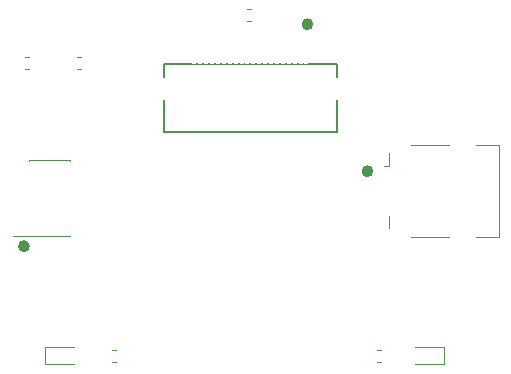
<source format=gbr>
G04 #@! TF.GenerationSoftware,KiCad,Pcbnew,5.0.1+dfsg1-2*
G04 #@! TF.CreationDate,2019-04-19T13:27:36+02:00*
G04 #@! TF.ProjectId,oled-controller,6F6C65642D636F6E74726F6C6C65722E,rev?*
G04 #@! TF.SameCoordinates,Original*
G04 #@! TF.FileFunction,Legend,Bot*
G04 #@! TF.FilePolarity,Positive*
%FSLAX46Y46*%
G04 Gerber Fmt 4.6, Leading zero omitted, Abs format (unit mm)*
G04 Created by KiCad (PCBNEW 5.0.1+dfsg1-2) date Fr 19 Apr 2019 13:27:36 CEST*
%MOMM*%
%LPD*%
G01*
G04 APERTURE LIST*
%ADD10C,0.500000*%
%ADD11C,0.120000*%
%ADD12C,0.150000*%
%ADD13C,3.102000*%
%ADD14R,2.202000X2.202000*%
%ADD15C,2.202000*%
%ADD16C,0.100000*%
%ADD17C,1.052000*%
%ADD18R,2.102000X0.602000*%
%ADD19R,1.802000X2.102000*%
%ADD20C,1.102000*%
%ADD21R,3.102000X1.902000*%
%ADD22R,0.402000X2.402000*%
%ADD23R,2.502000X0.842000*%
%ADD24R,1.802000X1.802000*%
%ADD25O,1.802000X1.802000*%
G04 APERTURE END LIST*
D10*
X178308000Y-80899000D02*
G75*
G03X178308000Y-80899000I-254000J0D01*
G01*
X149225000Y-87249000D02*
G75*
G03X149225000Y-87249000I-254000J0D01*
G01*
X173228000Y-68453000D02*
G75*
G03X173228000Y-68453000I-254000J0D01*
G01*
D11*
G04 #@! TO.C,D2*
X153200000Y-97255000D02*
X150740000Y-97255000D01*
X150740000Y-97255000D02*
X150740000Y-95785000D01*
X150740000Y-95785000D02*
X153200000Y-95785000D01*
G04 #@! TO.C,R4*
X156433733Y-97030000D02*
X156776267Y-97030000D01*
X156433733Y-96010000D02*
X156776267Y-96010000D01*
G04 #@! TO.C,C4*
X167849733Y-68201000D02*
X168192267Y-68201000D01*
X167849733Y-67181000D02*
X168192267Y-67181000D01*
G04 #@! TO.C,D1*
X182080000Y-95785000D02*
X184540000Y-95785000D01*
X184540000Y-95785000D02*
X184540000Y-97255000D01*
X184540000Y-97255000D02*
X182080000Y-97255000D01*
G04 #@! TO.C,R3*
X179241267Y-96010000D02*
X178898733Y-96010000D01*
X179241267Y-97030000D02*
X178898733Y-97030000D01*
G04 #@! TO.C,J5*
X189171000Y-86460000D02*
X189171000Y-78640000D01*
X179851000Y-80440000D02*
X179421000Y-80440000D01*
X189171000Y-86460000D02*
X187221000Y-86460000D01*
X185001000Y-86460000D02*
X181771000Y-86460000D01*
X179851000Y-84660000D02*
X179851000Y-85740000D01*
X179851000Y-79360000D02*
X179851000Y-80440000D01*
X185001000Y-78640000D02*
X181771000Y-78640000D01*
X189171000Y-78640000D02*
X187221000Y-78640000D01*
D12*
G04 #@! TO.C,J1*
X175448000Y-77614000D02*
X175448000Y-71814000D01*
X160848000Y-77614000D02*
X175448000Y-77614000D01*
X160848000Y-71814000D02*
X160848000Y-77614000D01*
X175448000Y-71814000D02*
X160848000Y-71814000D01*
D11*
G04 #@! TO.C,R2*
X153841267Y-71245000D02*
X153498733Y-71245000D01*
X153841267Y-72265000D02*
X153498733Y-72265000D01*
G04 #@! TO.C,J4*
X149365000Y-86420000D02*
X152895000Y-86420000D01*
X149365000Y-79950000D02*
X152895000Y-79950000D01*
X148040000Y-86355000D02*
X149365000Y-86355000D01*
X149365000Y-86420000D02*
X149365000Y-86355000D01*
X152895000Y-86420000D02*
X152895000Y-86355000D01*
X149365000Y-80015000D02*
X149365000Y-79950000D01*
X152895000Y-80015000D02*
X152895000Y-79950000D01*
G04 #@! TO.C,R1*
X149396267Y-71245000D02*
X149053733Y-71245000D01*
X149396267Y-72265000D02*
X149053733Y-72265000D01*
G04 #@! TD*
%LPC*%
D13*
G04 #@! TO.C,J3*
X186690000Y-63500000D03*
X148590000Y-63500000D03*
X186690000Y-100330000D03*
X148590000Y-100330000D03*
D14*
X154940000Y-62230000D03*
D15*
X157480000Y-62230000D03*
X167640000Y-62230000D03*
X170180000Y-62230000D03*
X172720000Y-62230000D03*
X175260000Y-62230000D03*
X177800000Y-62230000D03*
X160020000Y-62230000D03*
X162560000Y-62230000D03*
X165100000Y-62230000D03*
X180340000Y-62230000D03*
G04 #@! TD*
D16*
G04 #@! TO.C,D2*
G36*
X151863779Y-95995266D02*
X151889309Y-95999053D01*
X151914345Y-96005325D01*
X151938646Y-96014020D01*
X151961977Y-96025055D01*
X151984115Y-96038323D01*
X152004845Y-96053698D01*
X152023969Y-96071031D01*
X152041302Y-96090155D01*
X152056677Y-96110885D01*
X152069945Y-96133023D01*
X152080980Y-96156354D01*
X152089675Y-96180655D01*
X152095947Y-96205691D01*
X152099734Y-96231221D01*
X152101000Y-96257000D01*
X152101000Y-96783000D01*
X152099734Y-96808779D01*
X152095947Y-96834309D01*
X152089675Y-96859345D01*
X152080980Y-96883646D01*
X152069945Y-96906977D01*
X152056677Y-96929115D01*
X152041302Y-96949845D01*
X152023969Y-96968969D01*
X152004845Y-96986302D01*
X151984115Y-97001677D01*
X151961977Y-97014945D01*
X151938646Y-97025980D01*
X151914345Y-97034675D01*
X151889309Y-97040947D01*
X151863779Y-97044734D01*
X151838000Y-97046000D01*
X151212000Y-97046000D01*
X151186221Y-97044734D01*
X151160691Y-97040947D01*
X151135655Y-97034675D01*
X151111354Y-97025980D01*
X151088023Y-97014945D01*
X151065885Y-97001677D01*
X151045155Y-96986302D01*
X151026031Y-96968969D01*
X151008698Y-96949845D01*
X150993323Y-96929115D01*
X150980055Y-96906977D01*
X150969020Y-96883646D01*
X150960325Y-96859345D01*
X150954053Y-96834309D01*
X150950266Y-96808779D01*
X150949000Y-96783000D01*
X150949000Y-96257000D01*
X150950266Y-96231221D01*
X150954053Y-96205691D01*
X150960325Y-96180655D01*
X150969020Y-96156354D01*
X150980055Y-96133023D01*
X150993323Y-96110885D01*
X151008698Y-96090155D01*
X151026031Y-96071031D01*
X151045155Y-96053698D01*
X151065885Y-96038323D01*
X151088023Y-96025055D01*
X151111354Y-96014020D01*
X151135655Y-96005325D01*
X151160691Y-95999053D01*
X151186221Y-95995266D01*
X151212000Y-95994000D01*
X151838000Y-95994000D01*
X151863779Y-95995266D01*
X151863779Y-95995266D01*
G37*
D17*
X151525000Y-96520000D03*
D16*
G36*
X153613779Y-95995266D02*
X153639309Y-95999053D01*
X153664345Y-96005325D01*
X153688646Y-96014020D01*
X153711977Y-96025055D01*
X153734115Y-96038323D01*
X153754845Y-96053698D01*
X153773969Y-96071031D01*
X153791302Y-96090155D01*
X153806677Y-96110885D01*
X153819945Y-96133023D01*
X153830980Y-96156354D01*
X153839675Y-96180655D01*
X153845947Y-96205691D01*
X153849734Y-96231221D01*
X153851000Y-96257000D01*
X153851000Y-96783000D01*
X153849734Y-96808779D01*
X153845947Y-96834309D01*
X153839675Y-96859345D01*
X153830980Y-96883646D01*
X153819945Y-96906977D01*
X153806677Y-96929115D01*
X153791302Y-96949845D01*
X153773969Y-96968969D01*
X153754845Y-96986302D01*
X153734115Y-97001677D01*
X153711977Y-97014945D01*
X153688646Y-97025980D01*
X153664345Y-97034675D01*
X153639309Y-97040947D01*
X153613779Y-97044734D01*
X153588000Y-97046000D01*
X152962000Y-97046000D01*
X152936221Y-97044734D01*
X152910691Y-97040947D01*
X152885655Y-97034675D01*
X152861354Y-97025980D01*
X152838023Y-97014945D01*
X152815885Y-97001677D01*
X152795155Y-96986302D01*
X152776031Y-96968969D01*
X152758698Y-96949845D01*
X152743323Y-96929115D01*
X152730055Y-96906977D01*
X152719020Y-96883646D01*
X152710325Y-96859345D01*
X152704053Y-96834309D01*
X152700266Y-96808779D01*
X152699000Y-96783000D01*
X152699000Y-96257000D01*
X152700266Y-96231221D01*
X152704053Y-96205691D01*
X152710325Y-96180655D01*
X152719020Y-96156354D01*
X152730055Y-96133023D01*
X152743323Y-96110885D01*
X152758698Y-96090155D01*
X152776031Y-96071031D01*
X152795155Y-96053698D01*
X152815885Y-96038323D01*
X152838023Y-96025055D01*
X152861354Y-96014020D01*
X152885655Y-96005325D01*
X152910691Y-95999053D01*
X152936221Y-95995266D01*
X152962000Y-95994000D01*
X153588000Y-95994000D01*
X153613779Y-95995266D01*
X153613779Y-95995266D01*
G37*
D17*
X153275000Y-96520000D03*
G04 #@! TD*
D16*
G04 #@! TO.C,R4*
G36*
X156068779Y-95995266D02*
X156094309Y-95999053D01*
X156119345Y-96005325D01*
X156143646Y-96014020D01*
X156166977Y-96025055D01*
X156189115Y-96038323D01*
X156209845Y-96053698D01*
X156228969Y-96071031D01*
X156246302Y-96090155D01*
X156261677Y-96110885D01*
X156274945Y-96133023D01*
X156285980Y-96156354D01*
X156294675Y-96180655D01*
X156300947Y-96205691D01*
X156304734Y-96231221D01*
X156306000Y-96257000D01*
X156306000Y-96783000D01*
X156304734Y-96808779D01*
X156300947Y-96834309D01*
X156294675Y-96859345D01*
X156285980Y-96883646D01*
X156274945Y-96906977D01*
X156261677Y-96929115D01*
X156246302Y-96949845D01*
X156228969Y-96968969D01*
X156209845Y-96986302D01*
X156189115Y-97001677D01*
X156166977Y-97014945D01*
X156143646Y-97025980D01*
X156119345Y-97034675D01*
X156094309Y-97040947D01*
X156068779Y-97044734D01*
X156043000Y-97046000D01*
X155417000Y-97046000D01*
X155391221Y-97044734D01*
X155365691Y-97040947D01*
X155340655Y-97034675D01*
X155316354Y-97025980D01*
X155293023Y-97014945D01*
X155270885Y-97001677D01*
X155250155Y-96986302D01*
X155231031Y-96968969D01*
X155213698Y-96949845D01*
X155198323Y-96929115D01*
X155185055Y-96906977D01*
X155174020Y-96883646D01*
X155165325Y-96859345D01*
X155159053Y-96834309D01*
X155155266Y-96808779D01*
X155154000Y-96783000D01*
X155154000Y-96257000D01*
X155155266Y-96231221D01*
X155159053Y-96205691D01*
X155165325Y-96180655D01*
X155174020Y-96156354D01*
X155185055Y-96133023D01*
X155198323Y-96110885D01*
X155213698Y-96090155D01*
X155231031Y-96071031D01*
X155250155Y-96053698D01*
X155270885Y-96038323D01*
X155293023Y-96025055D01*
X155316354Y-96014020D01*
X155340655Y-96005325D01*
X155365691Y-95999053D01*
X155391221Y-95995266D01*
X155417000Y-95994000D01*
X156043000Y-95994000D01*
X156068779Y-95995266D01*
X156068779Y-95995266D01*
G37*
D17*
X155730000Y-96520000D03*
D16*
G36*
X157818779Y-95995266D02*
X157844309Y-95999053D01*
X157869345Y-96005325D01*
X157893646Y-96014020D01*
X157916977Y-96025055D01*
X157939115Y-96038323D01*
X157959845Y-96053698D01*
X157978969Y-96071031D01*
X157996302Y-96090155D01*
X158011677Y-96110885D01*
X158024945Y-96133023D01*
X158035980Y-96156354D01*
X158044675Y-96180655D01*
X158050947Y-96205691D01*
X158054734Y-96231221D01*
X158056000Y-96257000D01*
X158056000Y-96783000D01*
X158054734Y-96808779D01*
X158050947Y-96834309D01*
X158044675Y-96859345D01*
X158035980Y-96883646D01*
X158024945Y-96906977D01*
X158011677Y-96929115D01*
X157996302Y-96949845D01*
X157978969Y-96968969D01*
X157959845Y-96986302D01*
X157939115Y-97001677D01*
X157916977Y-97014945D01*
X157893646Y-97025980D01*
X157869345Y-97034675D01*
X157844309Y-97040947D01*
X157818779Y-97044734D01*
X157793000Y-97046000D01*
X157167000Y-97046000D01*
X157141221Y-97044734D01*
X157115691Y-97040947D01*
X157090655Y-97034675D01*
X157066354Y-97025980D01*
X157043023Y-97014945D01*
X157020885Y-97001677D01*
X157000155Y-96986302D01*
X156981031Y-96968969D01*
X156963698Y-96949845D01*
X156948323Y-96929115D01*
X156935055Y-96906977D01*
X156924020Y-96883646D01*
X156915325Y-96859345D01*
X156909053Y-96834309D01*
X156905266Y-96808779D01*
X156904000Y-96783000D01*
X156904000Y-96257000D01*
X156905266Y-96231221D01*
X156909053Y-96205691D01*
X156915325Y-96180655D01*
X156924020Y-96156354D01*
X156935055Y-96133023D01*
X156948323Y-96110885D01*
X156963698Y-96090155D01*
X156981031Y-96071031D01*
X157000155Y-96053698D01*
X157020885Y-96038323D01*
X157043023Y-96025055D01*
X157066354Y-96014020D01*
X157090655Y-96005325D01*
X157115691Y-95999053D01*
X157141221Y-95995266D01*
X157167000Y-95994000D01*
X157793000Y-95994000D01*
X157818779Y-95995266D01*
X157818779Y-95995266D01*
G37*
D17*
X157480000Y-96520000D03*
G04 #@! TD*
D16*
G04 #@! TO.C,C4*
G36*
X167484779Y-67166266D02*
X167510309Y-67170053D01*
X167535345Y-67176325D01*
X167559646Y-67185020D01*
X167582977Y-67196055D01*
X167605115Y-67209323D01*
X167625845Y-67224698D01*
X167644969Y-67242031D01*
X167662302Y-67261155D01*
X167677677Y-67281885D01*
X167690945Y-67304023D01*
X167701980Y-67327354D01*
X167710675Y-67351655D01*
X167716947Y-67376691D01*
X167720734Y-67402221D01*
X167722000Y-67428000D01*
X167722000Y-67954000D01*
X167720734Y-67979779D01*
X167716947Y-68005309D01*
X167710675Y-68030345D01*
X167701980Y-68054646D01*
X167690945Y-68077977D01*
X167677677Y-68100115D01*
X167662302Y-68120845D01*
X167644969Y-68139969D01*
X167625845Y-68157302D01*
X167605115Y-68172677D01*
X167582977Y-68185945D01*
X167559646Y-68196980D01*
X167535345Y-68205675D01*
X167510309Y-68211947D01*
X167484779Y-68215734D01*
X167459000Y-68217000D01*
X166833000Y-68217000D01*
X166807221Y-68215734D01*
X166781691Y-68211947D01*
X166756655Y-68205675D01*
X166732354Y-68196980D01*
X166709023Y-68185945D01*
X166686885Y-68172677D01*
X166666155Y-68157302D01*
X166647031Y-68139969D01*
X166629698Y-68120845D01*
X166614323Y-68100115D01*
X166601055Y-68077977D01*
X166590020Y-68054646D01*
X166581325Y-68030345D01*
X166575053Y-68005309D01*
X166571266Y-67979779D01*
X166570000Y-67954000D01*
X166570000Y-67428000D01*
X166571266Y-67402221D01*
X166575053Y-67376691D01*
X166581325Y-67351655D01*
X166590020Y-67327354D01*
X166601055Y-67304023D01*
X166614323Y-67281885D01*
X166629698Y-67261155D01*
X166647031Y-67242031D01*
X166666155Y-67224698D01*
X166686885Y-67209323D01*
X166709023Y-67196055D01*
X166732354Y-67185020D01*
X166756655Y-67176325D01*
X166781691Y-67170053D01*
X166807221Y-67166266D01*
X166833000Y-67165000D01*
X167459000Y-67165000D01*
X167484779Y-67166266D01*
X167484779Y-67166266D01*
G37*
D17*
X167146000Y-67691000D03*
D16*
G36*
X169234779Y-67166266D02*
X169260309Y-67170053D01*
X169285345Y-67176325D01*
X169309646Y-67185020D01*
X169332977Y-67196055D01*
X169355115Y-67209323D01*
X169375845Y-67224698D01*
X169394969Y-67242031D01*
X169412302Y-67261155D01*
X169427677Y-67281885D01*
X169440945Y-67304023D01*
X169451980Y-67327354D01*
X169460675Y-67351655D01*
X169466947Y-67376691D01*
X169470734Y-67402221D01*
X169472000Y-67428000D01*
X169472000Y-67954000D01*
X169470734Y-67979779D01*
X169466947Y-68005309D01*
X169460675Y-68030345D01*
X169451980Y-68054646D01*
X169440945Y-68077977D01*
X169427677Y-68100115D01*
X169412302Y-68120845D01*
X169394969Y-68139969D01*
X169375845Y-68157302D01*
X169355115Y-68172677D01*
X169332977Y-68185945D01*
X169309646Y-68196980D01*
X169285345Y-68205675D01*
X169260309Y-68211947D01*
X169234779Y-68215734D01*
X169209000Y-68217000D01*
X168583000Y-68217000D01*
X168557221Y-68215734D01*
X168531691Y-68211947D01*
X168506655Y-68205675D01*
X168482354Y-68196980D01*
X168459023Y-68185945D01*
X168436885Y-68172677D01*
X168416155Y-68157302D01*
X168397031Y-68139969D01*
X168379698Y-68120845D01*
X168364323Y-68100115D01*
X168351055Y-68077977D01*
X168340020Y-68054646D01*
X168331325Y-68030345D01*
X168325053Y-68005309D01*
X168321266Y-67979779D01*
X168320000Y-67954000D01*
X168320000Y-67428000D01*
X168321266Y-67402221D01*
X168325053Y-67376691D01*
X168331325Y-67351655D01*
X168340020Y-67327354D01*
X168351055Y-67304023D01*
X168364323Y-67281885D01*
X168379698Y-67261155D01*
X168397031Y-67242031D01*
X168416155Y-67224698D01*
X168436885Y-67209323D01*
X168459023Y-67196055D01*
X168482354Y-67185020D01*
X168506655Y-67176325D01*
X168531691Y-67170053D01*
X168557221Y-67166266D01*
X168583000Y-67165000D01*
X169209000Y-67165000D01*
X169234779Y-67166266D01*
X169234779Y-67166266D01*
G37*
D17*
X168896000Y-67691000D03*
G04 #@! TD*
D16*
G04 #@! TO.C,D1*
G36*
X184093779Y-95995266D02*
X184119309Y-95999053D01*
X184144345Y-96005325D01*
X184168646Y-96014020D01*
X184191977Y-96025055D01*
X184214115Y-96038323D01*
X184234845Y-96053698D01*
X184253969Y-96071031D01*
X184271302Y-96090155D01*
X184286677Y-96110885D01*
X184299945Y-96133023D01*
X184310980Y-96156354D01*
X184319675Y-96180655D01*
X184325947Y-96205691D01*
X184329734Y-96231221D01*
X184331000Y-96257000D01*
X184331000Y-96783000D01*
X184329734Y-96808779D01*
X184325947Y-96834309D01*
X184319675Y-96859345D01*
X184310980Y-96883646D01*
X184299945Y-96906977D01*
X184286677Y-96929115D01*
X184271302Y-96949845D01*
X184253969Y-96968969D01*
X184234845Y-96986302D01*
X184214115Y-97001677D01*
X184191977Y-97014945D01*
X184168646Y-97025980D01*
X184144345Y-97034675D01*
X184119309Y-97040947D01*
X184093779Y-97044734D01*
X184068000Y-97046000D01*
X183442000Y-97046000D01*
X183416221Y-97044734D01*
X183390691Y-97040947D01*
X183365655Y-97034675D01*
X183341354Y-97025980D01*
X183318023Y-97014945D01*
X183295885Y-97001677D01*
X183275155Y-96986302D01*
X183256031Y-96968969D01*
X183238698Y-96949845D01*
X183223323Y-96929115D01*
X183210055Y-96906977D01*
X183199020Y-96883646D01*
X183190325Y-96859345D01*
X183184053Y-96834309D01*
X183180266Y-96808779D01*
X183179000Y-96783000D01*
X183179000Y-96257000D01*
X183180266Y-96231221D01*
X183184053Y-96205691D01*
X183190325Y-96180655D01*
X183199020Y-96156354D01*
X183210055Y-96133023D01*
X183223323Y-96110885D01*
X183238698Y-96090155D01*
X183256031Y-96071031D01*
X183275155Y-96053698D01*
X183295885Y-96038323D01*
X183318023Y-96025055D01*
X183341354Y-96014020D01*
X183365655Y-96005325D01*
X183390691Y-95999053D01*
X183416221Y-95995266D01*
X183442000Y-95994000D01*
X184068000Y-95994000D01*
X184093779Y-95995266D01*
X184093779Y-95995266D01*
G37*
D17*
X183755000Y-96520000D03*
D16*
G36*
X182343779Y-95995266D02*
X182369309Y-95999053D01*
X182394345Y-96005325D01*
X182418646Y-96014020D01*
X182441977Y-96025055D01*
X182464115Y-96038323D01*
X182484845Y-96053698D01*
X182503969Y-96071031D01*
X182521302Y-96090155D01*
X182536677Y-96110885D01*
X182549945Y-96133023D01*
X182560980Y-96156354D01*
X182569675Y-96180655D01*
X182575947Y-96205691D01*
X182579734Y-96231221D01*
X182581000Y-96257000D01*
X182581000Y-96783000D01*
X182579734Y-96808779D01*
X182575947Y-96834309D01*
X182569675Y-96859345D01*
X182560980Y-96883646D01*
X182549945Y-96906977D01*
X182536677Y-96929115D01*
X182521302Y-96949845D01*
X182503969Y-96968969D01*
X182484845Y-96986302D01*
X182464115Y-97001677D01*
X182441977Y-97014945D01*
X182418646Y-97025980D01*
X182394345Y-97034675D01*
X182369309Y-97040947D01*
X182343779Y-97044734D01*
X182318000Y-97046000D01*
X181692000Y-97046000D01*
X181666221Y-97044734D01*
X181640691Y-97040947D01*
X181615655Y-97034675D01*
X181591354Y-97025980D01*
X181568023Y-97014945D01*
X181545885Y-97001677D01*
X181525155Y-96986302D01*
X181506031Y-96968969D01*
X181488698Y-96949845D01*
X181473323Y-96929115D01*
X181460055Y-96906977D01*
X181449020Y-96883646D01*
X181440325Y-96859345D01*
X181434053Y-96834309D01*
X181430266Y-96808779D01*
X181429000Y-96783000D01*
X181429000Y-96257000D01*
X181430266Y-96231221D01*
X181434053Y-96205691D01*
X181440325Y-96180655D01*
X181449020Y-96156354D01*
X181460055Y-96133023D01*
X181473323Y-96110885D01*
X181488698Y-96090155D01*
X181506031Y-96071031D01*
X181525155Y-96053698D01*
X181545885Y-96038323D01*
X181568023Y-96025055D01*
X181591354Y-96014020D01*
X181615655Y-96005325D01*
X181640691Y-95999053D01*
X181666221Y-95995266D01*
X181692000Y-95994000D01*
X182318000Y-95994000D01*
X182343779Y-95995266D01*
X182343779Y-95995266D01*
G37*
D17*
X182005000Y-96520000D03*
G04 #@! TD*
D16*
G04 #@! TO.C,R3*
G36*
X180283779Y-95995266D02*
X180309309Y-95999053D01*
X180334345Y-96005325D01*
X180358646Y-96014020D01*
X180381977Y-96025055D01*
X180404115Y-96038323D01*
X180424845Y-96053698D01*
X180443969Y-96071031D01*
X180461302Y-96090155D01*
X180476677Y-96110885D01*
X180489945Y-96133023D01*
X180500980Y-96156354D01*
X180509675Y-96180655D01*
X180515947Y-96205691D01*
X180519734Y-96231221D01*
X180521000Y-96257000D01*
X180521000Y-96783000D01*
X180519734Y-96808779D01*
X180515947Y-96834309D01*
X180509675Y-96859345D01*
X180500980Y-96883646D01*
X180489945Y-96906977D01*
X180476677Y-96929115D01*
X180461302Y-96949845D01*
X180443969Y-96968969D01*
X180424845Y-96986302D01*
X180404115Y-97001677D01*
X180381977Y-97014945D01*
X180358646Y-97025980D01*
X180334345Y-97034675D01*
X180309309Y-97040947D01*
X180283779Y-97044734D01*
X180258000Y-97046000D01*
X179632000Y-97046000D01*
X179606221Y-97044734D01*
X179580691Y-97040947D01*
X179555655Y-97034675D01*
X179531354Y-97025980D01*
X179508023Y-97014945D01*
X179485885Y-97001677D01*
X179465155Y-96986302D01*
X179446031Y-96968969D01*
X179428698Y-96949845D01*
X179413323Y-96929115D01*
X179400055Y-96906977D01*
X179389020Y-96883646D01*
X179380325Y-96859345D01*
X179374053Y-96834309D01*
X179370266Y-96808779D01*
X179369000Y-96783000D01*
X179369000Y-96257000D01*
X179370266Y-96231221D01*
X179374053Y-96205691D01*
X179380325Y-96180655D01*
X179389020Y-96156354D01*
X179400055Y-96133023D01*
X179413323Y-96110885D01*
X179428698Y-96090155D01*
X179446031Y-96071031D01*
X179465155Y-96053698D01*
X179485885Y-96038323D01*
X179508023Y-96025055D01*
X179531354Y-96014020D01*
X179555655Y-96005325D01*
X179580691Y-95999053D01*
X179606221Y-95995266D01*
X179632000Y-95994000D01*
X180258000Y-95994000D01*
X180283779Y-95995266D01*
X180283779Y-95995266D01*
G37*
D17*
X179945000Y-96520000D03*
D16*
G36*
X178533779Y-95995266D02*
X178559309Y-95999053D01*
X178584345Y-96005325D01*
X178608646Y-96014020D01*
X178631977Y-96025055D01*
X178654115Y-96038323D01*
X178674845Y-96053698D01*
X178693969Y-96071031D01*
X178711302Y-96090155D01*
X178726677Y-96110885D01*
X178739945Y-96133023D01*
X178750980Y-96156354D01*
X178759675Y-96180655D01*
X178765947Y-96205691D01*
X178769734Y-96231221D01*
X178771000Y-96257000D01*
X178771000Y-96783000D01*
X178769734Y-96808779D01*
X178765947Y-96834309D01*
X178759675Y-96859345D01*
X178750980Y-96883646D01*
X178739945Y-96906977D01*
X178726677Y-96929115D01*
X178711302Y-96949845D01*
X178693969Y-96968969D01*
X178674845Y-96986302D01*
X178654115Y-97001677D01*
X178631977Y-97014945D01*
X178608646Y-97025980D01*
X178584345Y-97034675D01*
X178559309Y-97040947D01*
X178533779Y-97044734D01*
X178508000Y-97046000D01*
X177882000Y-97046000D01*
X177856221Y-97044734D01*
X177830691Y-97040947D01*
X177805655Y-97034675D01*
X177781354Y-97025980D01*
X177758023Y-97014945D01*
X177735885Y-97001677D01*
X177715155Y-96986302D01*
X177696031Y-96968969D01*
X177678698Y-96949845D01*
X177663323Y-96929115D01*
X177650055Y-96906977D01*
X177639020Y-96883646D01*
X177630325Y-96859345D01*
X177624053Y-96834309D01*
X177620266Y-96808779D01*
X177619000Y-96783000D01*
X177619000Y-96257000D01*
X177620266Y-96231221D01*
X177624053Y-96205691D01*
X177630325Y-96180655D01*
X177639020Y-96156354D01*
X177650055Y-96133023D01*
X177663323Y-96110885D01*
X177678698Y-96090155D01*
X177696031Y-96071031D01*
X177715155Y-96053698D01*
X177735885Y-96038323D01*
X177758023Y-96025055D01*
X177781354Y-96014020D01*
X177805655Y-96005325D01*
X177830691Y-95999053D01*
X177856221Y-95995266D01*
X177882000Y-95994000D01*
X178508000Y-95994000D01*
X178533779Y-95995266D01*
X178533779Y-95995266D01*
G37*
D17*
X178195000Y-96520000D03*
G04 #@! TD*
D18*
G04 #@! TO.C,J5*
X180561000Y-80950000D03*
X180561000Y-81750000D03*
X180561000Y-82550000D03*
X180561000Y-83350000D03*
X180561000Y-84150000D03*
D19*
X180661000Y-78100000D03*
X186111000Y-78100000D03*
X180661000Y-87000000D03*
X186111000Y-87000000D03*
D20*
X183261000Y-80350000D03*
X183261000Y-84750000D03*
G04 #@! TD*
D21*
G04 #@! TO.C,J1*
X161098000Y-73914000D03*
D22*
X163398000Y-70664000D03*
X163898000Y-70664000D03*
X164398000Y-70664000D03*
X164898000Y-70664000D03*
X165398000Y-70664000D03*
X165898000Y-70664000D03*
X166398000Y-70664000D03*
X166898000Y-70664000D03*
X167398000Y-70664000D03*
X167898000Y-70664000D03*
X168398000Y-70664000D03*
X168898000Y-70664000D03*
X169398000Y-70664000D03*
X169898000Y-70664000D03*
X170398000Y-70664000D03*
X170898000Y-70664000D03*
X171398000Y-70664000D03*
X171898000Y-70664000D03*
X172398000Y-70664000D03*
X172898000Y-70664000D03*
D21*
X175198000Y-73914000D03*
G04 #@! TD*
D16*
G04 #@! TO.C,R2*
G36*
X154883779Y-71230266D02*
X154909309Y-71234053D01*
X154934345Y-71240325D01*
X154958646Y-71249020D01*
X154981977Y-71260055D01*
X155004115Y-71273323D01*
X155024845Y-71288698D01*
X155043969Y-71306031D01*
X155061302Y-71325155D01*
X155076677Y-71345885D01*
X155089945Y-71368023D01*
X155100980Y-71391354D01*
X155109675Y-71415655D01*
X155115947Y-71440691D01*
X155119734Y-71466221D01*
X155121000Y-71492000D01*
X155121000Y-72018000D01*
X155119734Y-72043779D01*
X155115947Y-72069309D01*
X155109675Y-72094345D01*
X155100980Y-72118646D01*
X155089945Y-72141977D01*
X155076677Y-72164115D01*
X155061302Y-72184845D01*
X155043969Y-72203969D01*
X155024845Y-72221302D01*
X155004115Y-72236677D01*
X154981977Y-72249945D01*
X154958646Y-72260980D01*
X154934345Y-72269675D01*
X154909309Y-72275947D01*
X154883779Y-72279734D01*
X154858000Y-72281000D01*
X154232000Y-72281000D01*
X154206221Y-72279734D01*
X154180691Y-72275947D01*
X154155655Y-72269675D01*
X154131354Y-72260980D01*
X154108023Y-72249945D01*
X154085885Y-72236677D01*
X154065155Y-72221302D01*
X154046031Y-72203969D01*
X154028698Y-72184845D01*
X154013323Y-72164115D01*
X154000055Y-72141977D01*
X153989020Y-72118646D01*
X153980325Y-72094345D01*
X153974053Y-72069309D01*
X153970266Y-72043779D01*
X153969000Y-72018000D01*
X153969000Y-71492000D01*
X153970266Y-71466221D01*
X153974053Y-71440691D01*
X153980325Y-71415655D01*
X153989020Y-71391354D01*
X154000055Y-71368023D01*
X154013323Y-71345885D01*
X154028698Y-71325155D01*
X154046031Y-71306031D01*
X154065155Y-71288698D01*
X154085885Y-71273323D01*
X154108023Y-71260055D01*
X154131354Y-71249020D01*
X154155655Y-71240325D01*
X154180691Y-71234053D01*
X154206221Y-71230266D01*
X154232000Y-71229000D01*
X154858000Y-71229000D01*
X154883779Y-71230266D01*
X154883779Y-71230266D01*
G37*
D17*
X154545000Y-71755000D03*
D16*
G36*
X153133779Y-71230266D02*
X153159309Y-71234053D01*
X153184345Y-71240325D01*
X153208646Y-71249020D01*
X153231977Y-71260055D01*
X153254115Y-71273323D01*
X153274845Y-71288698D01*
X153293969Y-71306031D01*
X153311302Y-71325155D01*
X153326677Y-71345885D01*
X153339945Y-71368023D01*
X153350980Y-71391354D01*
X153359675Y-71415655D01*
X153365947Y-71440691D01*
X153369734Y-71466221D01*
X153371000Y-71492000D01*
X153371000Y-72018000D01*
X153369734Y-72043779D01*
X153365947Y-72069309D01*
X153359675Y-72094345D01*
X153350980Y-72118646D01*
X153339945Y-72141977D01*
X153326677Y-72164115D01*
X153311302Y-72184845D01*
X153293969Y-72203969D01*
X153274845Y-72221302D01*
X153254115Y-72236677D01*
X153231977Y-72249945D01*
X153208646Y-72260980D01*
X153184345Y-72269675D01*
X153159309Y-72275947D01*
X153133779Y-72279734D01*
X153108000Y-72281000D01*
X152482000Y-72281000D01*
X152456221Y-72279734D01*
X152430691Y-72275947D01*
X152405655Y-72269675D01*
X152381354Y-72260980D01*
X152358023Y-72249945D01*
X152335885Y-72236677D01*
X152315155Y-72221302D01*
X152296031Y-72203969D01*
X152278698Y-72184845D01*
X152263323Y-72164115D01*
X152250055Y-72141977D01*
X152239020Y-72118646D01*
X152230325Y-72094345D01*
X152224053Y-72069309D01*
X152220266Y-72043779D01*
X152219000Y-72018000D01*
X152219000Y-71492000D01*
X152220266Y-71466221D01*
X152224053Y-71440691D01*
X152230325Y-71415655D01*
X152239020Y-71391354D01*
X152250055Y-71368023D01*
X152263323Y-71345885D01*
X152278698Y-71325155D01*
X152296031Y-71306031D01*
X152315155Y-71288698D01*
X152335885Y-71273323D01*
X152358023Y-71260055D01*
X152381354Y-71249020D01*
X152405655Y-71240325D01*
X152430691Y-71234053D01*
X152456221Y-71230266D01*
X152482000Y-71229000D01*
X153108000Y-71229000D01*
X153133779Y-71230266D01*
X153133779Y-71230266D01*
G37*
D17*
X152795000Y-71755000D03*
G04 #@! TD*
D23*
G04 #@! TO.C,J4*
X149180000Y-85725000D03*
X153080000Y-85725000D03*
X149180000Y-84455000D03*
X153080000Y-84455000D03*
X149180000Y-83185000D03*
X153080000Y-83185000D03*
X149180000Y-81915000D03*
X153080000Y-81915000D03*
X149180000Y-80645000D03*
X153080000Y-80645000D03*
G04 #@! TD*
D24*
G04 #@! TO.C,J2*
X173990000Y-101600000D03*
D25*
X171450000Y-101600000D03*
X168910000Y-101600000D03*
X166370000Y-101600000D03*
X163830000Y-101600000D03*
X161290000Y-101600000D03*
G04 #@! TD*
D16*
G04 #@! TO.C,R1*
G36*
X150438779Y-71230266D02*
X150464309Y-71234053D01*
X150489345Y-71240325D01*
X150513646Y-71249020D01*
X150536977Y-71260055D01*
X150559115Y-71273323D01*
X150579845Y-71288698D01*
X150598969Y-71306031D01*
X150616302Y-71325155D01*
X150631677Y-71345885D01*
X150644945Y-71368023D01*
X150655980Y-71391354D01*
X150664675Y-71415655D01*
X150670947Y-71440691D01*
X150674734Y-71466221D01*
X150676000Y-71492000D01*
X150676000Y-72018000D01*
X150674734Y-72043779D01*
X150670947Y-72069309D01*
X150664675Y-72094345D01*
X150655980Y-72118646D01*
X150644945Y-72141977D01*
X150631677Y-72164115D01*
X150616302Y-72184845D01*
X150598969Y-72203969D01*
X150579845Y-72221302D01*
X150559115Y-72236677D01*
X150536977Y-72249945D01*
X150513646Y-72260980D01*
X150489345Y-72269675D01*
X150464309Y-72275947D01*
X150438779Y-72279734D01*
X150413000Y-72281000D01*
X149787000Y-72281000D01*
X149761221Y-72279734D01*
X149735691Y-72275947D01*
X149710655Y-72269675D01*
X149686354Y-72260980D01*
X149663023Y-72249945D01*
X149640885Y-72236677D01*
X149620155Y-72221302D01*
X149601031Y-72203969D01*
X149583698Y-72184845D01*
X149568323Y-72164115D01*
X149555055Y-72141977D01*
X149544020Y-72118646D01*
X149535325Y-72094345D01*
X149529053Y-72069309D01*
X149525266Y-72043779D01*
X149524000Y-72018000D01*
X149524000Y-71492000D01*
X149525266Y-71466221D01*
X149529053Y-71440691D01*
X149535325Y-71415655D01*
X149544020Y-71391354D01*
X149555055Y-71368023D01*
X149568323Y-71345885D01*
X149583698Y-71325155D01*
X149601031Y-71306031D01*
X149620155Y-71288698D01*
X149640885Y-71273323D01*
X149663023Y-71260055D01*
X149686354Y-71249020D01*
X149710655Y-71240325D01*
X149735691Y-71234053D01*
X149761221Y-71230266D01*
X149787000Y-71229000D01*
X150413000Y-71229000D01*
X150438779Y-71230266D01*
X150438779Y-71230266D01*
G37*
D17*
X150100000Y-71755000D03*
D16*
G36*
X148688779Y-71230266D02*
X148714309Y-71234053D01*
X148739345Y-71240325D01*
X148763646Y-71249020D01*
X148786977Y-71260055D01*
X148809115Y-71273323D01*
X148829845Y-71288698D01*
X148848969Y-71306031D01*
X148866302Y-71325155D01*
X148881677Y-71345885D01*
X148894945Y-71368023D01*
X148905980Y-71391354D01*
X148914675Y-71415655D01*
X148920947Y-71440691D01*
X148924734Y-71466221D01*
X148926000Y-71492000D01*
X148926000Y-72018000D01*
X148924734Y-72043779D01*
X148920947Y-72069309D01*
X148914675Y-72094345D01*
X148905980Y-72118646D01*
X148894945Y-72141977D01*
X148881677Y-72164115D01*
X148866302Y-72184845D01*
X148848969Y-72203969D01*
X148829845Y-72221302D01*
X148809115Y-72236677D01*
X148786977Y-72249945D01*
X148763646Y-72260980D01*
X148739345Y-72269675D01*
X148714309Y-72275947D01*
X148688779Y-72279734D01*
X148663000Y-72281000D01*
X148037000Y-72281000D01*
X148011221Y-72279734D01*
X147985691Y-72275947D01*
X147960655Y-72269675D01*
X147936354Y-72260980D01*
X147913023Y-72249945D01*
X147890885Y-72236677D01*
X147870155Y-72221302D01*
X147851031Y-72203969D01*
X147833698Y-72184845D01*
X147818323Y-72164115D01*
X147805055Y-72141977D01*
X147794020Y-72118646D01*
X147785325Y-72094345D01*
X147779053Y-72069309D01*
X147775266Y-72043779D01*
X147774000Y-72018000D01*
X147774000Y-71492000D01*
X147775266Y-71466221D01*
X147779053Y-71440691D01*
X147785325Y-71415655D01*
X147794020Y-71391354D01*
X147805055Y-71368023D01*
X147818323Y-71345885D01*
X147833698Y-71325155D01*
X147851031Y-71306031D01*
X147870155Y-71288698D01*
X147890885Y-71273323D01*
X147913023Y-71260055D01*
X147936354Y-71249020D01*
X147960655Y-71240325D01*
X147985691Y-71234053D01*
X148011221Y-71230266D01*
X148037000Y-71229000D01*
X148663000Y-71229000D01*
X148688779Y-71230266D01*
X148688779Y-71230266D01*
G37*
D17*
X148350000Y-71755000D03*
G04 #@! TD*
M02*

</source>
